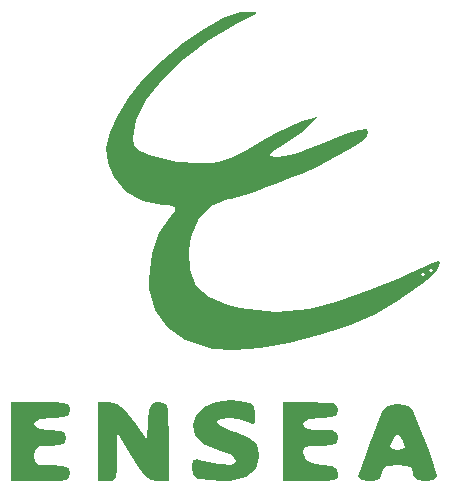
<source format=gbr>
%TF.GenerationSoftware,KiCad,Pcbnew,(7.0.0)*%
%TF.CreationDate,2023-10-26T11:16:44+02:00*%
%TF.ProjectId,Kyttiludzinator,4b797474-696c-4756-947a-696e61746f72,rev?*%
%TF.SameCoordinates,Original*%
%TF.FileFunction,Legend,Bot*%
%TF.FilePolarity,Positive*%
%FSLAX46Y46*%
G04 Gerber Fmt 4.6, Leading zero omitted, Abs format (unit mm)*
G04 Created by KiCad (PCBNEW (7.0.0)) date 2023-10-26 11:16:44*
%MOMM*%
%LPD*%
G01*
G04 APERTURE LIST*
G04 APERTURE END LIST*
%TO.C,G\u002A\u002A\u002A*%
G36*
X145158652Y-80283548D02*
G01*
X145756400Y-80710713D01*
X146456390Y-81583590D01*
X146578708Y-81757921D01*
X147680947Y-83345421D01*
X147782812Y-81757921D01*
X147880278Y-80794233D01*
X148076783Y-80325484D01*
X148472761Y-80178193D01*
X148701891Y-80170421D01*
X149072757Y-80192780D01*
X149310020Y-80341211D01*
X149443517Y-80737744D01*
X149503088Y-81504408D01*
X149518571Y-82763233D01*
X149519105Y-83512526D01*
X149519105Y-86854631D01*
X148589373Y-86854631D01*
X148041106Y-86766868D01*
X147552821Y-86421972D01*
X146997476Y-85697530D01*
X146421542Y-84765815D01*
X145183443Y-82677000D01*
X145178906Y-84765815D01*
X145160267Y-85905678D01*
X145069379Y-86531098D01*
X144844349Y-86795975D01*
X144423283Y-86854207D01*
X144338842Y-86854631D01*
X143503316Y-86854631D01*
X143503316Y-83512526D01*
X143503316Y-80170421D01*
X144489892Y-80170421D01*
X145158652Y-80283548D01*
G37*
G36*
X139938846Y-80186208D02*
G01*
X140690802Y-80258195D01*
X141051651Y-80423320D01*
X141159911Y-80718521D01*
X141163842Y-80838842D01*
X141065439Y-81256552D01*
X140656835Y-81454075D01*
X139767936Y-81507008D01*
X139659895Y-81507263D01*
X138668624Y-81572870D01*
X138217099Y-81795951D01*
X138155947Y-82008579D01*
X138376696Y-82357159D01*
X139108458Y-82500796D01*
X139492790Y-82509894D01*
X140367400Y-82565947D01*
X140753944Y-82792504D01*
X140829632Y-83178315D01*
X140717525Y-83615621D01*
X140264411Y-83808893D01*
X139492790Y-83846736D01*
X138631485Y-83892341D01*
X138248666Y-84107448D01*
X138156425Y-84609500D01*
X138155947Y-84682263D01*
X138218283Y-85197849D01*
X138524685Y-85442128D01*
X139254248Y-85514598D01*
X139659895Y-85517789D01*
X140599743Y-85561524D01*
X141044169Y-85743126D01*
X141163268Y-86138192D01*
X141163842Y-86186210D01*
X141104640Y-86527965D01*
X140834688Y-86728487D01*
X140215469Y-86824714D01*
X139108464Y-86853583D01*
X138657263Y-86854631D01*
X136150684Y-86854631D01*
X136150684Y-83512526D01*
X136150684Y-80170421D01*
X138657263Y-80170421D01*
X139938846Y-80186208D01*
G37*
G36*
X162780149Y-80188454D02*
G01*
X163484493Y-80269778D01*
X163806637Y-80455227D01*
X163889505Y-80785636D01*
X163890158Y-80838842D01*
X163791755Y-81256552D01*
X163383151Y-81454075D01*
X162494252Y-81507008D01*
X162386211Y-81507263D01*
X161394940Y-81572870D01*
X160943415Y-81795951D01*
X160882263Y-82008579D01*
X161079086Y-82339002D01*
X161748327Y-82489510D01*
X162386211Y-82509894D01*
X163326058Y-82553629D01*
X163770485Y-82735231D01*
X163889584Y-83130297D01*
X163890158Y-83178315D01*
X163793372Y-83593540D01*
X163390147Y-83791491D01*
X162511187Y-83846266D01*
X162362966Y-83846736D01*
X161431776Y-83878575D01*
X161005060Y-84031632D01*
X160919780Y-84392222D01*
X160942571Y-84598710D01*
X161127537Y-85093412D01*
X161623675Y-85346460D01*
X162469763Y-85453453D01*
X163390517Y-85579865D01*
X163808195Y-85839355D01*
X163890158Y-86205426D01*
X163822022Y-86547141D01*
X163522852Y-86742938D01*
X162850507Y-86832264D01*
X161662846Y-86854561D01*
X161550684Y-86854631D01*
X159211211Y-86854631D01*
X159211211Y-83512526D01*
X159211211Y-80170421D01*
X161550684Y-80170421D01*
X162780149Y-80188454D01*
G37*
G36*
X155497923Y-80036169D02*
G01*
X156374064Y-80225756D01*
X156769639Y-80525115D01*
X156870522Y-81095436D01*
X156871737Y-81227526D01*
X156817119Y-81883829D01*
X156564270Y-82004064D01*
X156225287Y-81853232D01*
X155488860Y-81603986D01*
X154657344Y-81511718D01*
X153953889Y-81573024D01*
X153601646Y-81784502D01*
X153602586Y-81893231D01*
X153976281Y-82213388D01*
X154769256Y-82571436D01*
X155185805Y-82708680D01*
X156346382Y-83156559D01*
X156971284Y-83720759D01*
X157192989Y-84536527D01*
X157200830Y-84765815D01*
X156918862Y-85791630D01*
X156088527Y-86482833D01*
X154757325Y-86807681D01*
X154114500Y-86828246D01*
X153035197Y-86782644D01*
X152207000Y-86695136D01*
X151942132Y-86633290D01*
X151624248Y-86207334D01*
X151524369Y-85621287D01*
X151616213Y-85028890D01*
X151971785Y-84964558D01*
X152109237Y-85013647D01*
X152827057Y-85218063D01*
X153813490Y-85407752D01*
X153947395Y-85427620D01*
X154796948Y-85486616D01*
X155156973Y-85312096D01*
X155200684Y-85100154D01*
X154880468Y-84673562D01*
X153975760Y-84291468D01*
X153707351Y-84218483D01*
X152467432Y-83694503D01*
X151771039Y-82963392D01*
X151572061Y-82132853D01*
X151824390Y-81310583D01*
X152481915Y-80604283D01*
X153498528Y-80121653D01*
X154828119Y-79970393D01*
X155497923Y-80036169D01*
G37*
G36*
X166456009Y-83834577D02*
G01*
X168265504Y-83834577D01*
X168488744Y-84135852D01*
X168903316Y-84180947D01*
X169444432Y-84075884D01*
X169566619Y-83930289D01*
X169397881Y-83463239D01*
X169232409Y-83178315D01*
X168917808Y-82845037D01*
X168618802Y-83111438D01*
X168574223Y-83178315D01*
X168265504Y-83834577D01*
X166456009Y-83834577D01*
X166472075Y-83790715D01*
X166706604Y-83178315D01*
X167237210Y-81838668D01*
X167624206Y-81004345D01*
X167961253Y-80555778D01*
X168342012Y-80373399D01*
X168860144Y-80337642D01*
X168931887Y-80337526D01*
X169471665Y-80363711D01*
X169861612Y-80522295D01*
X170194740Y-80933317D01*
X170564062Y-81716816D01*
X171062591Y-82992834D01*
X171133069Y-83178315D01*
X171614061Y-84484105D01*
X171988648Y-85575232D01*
X172200921Y-86285402D01*
X172228614Y-86436868D01*
X171946400Y-86743304D01*
X171242790Y-86854631D01*
X170508894Y-86749590D01*
X170250502Y-86358755D01*
X170240158Y-86186210D01*
X170128052Y-85748905D01*
X169674938Y-85555633D01*
X168903316Y-85517789D01*
X168028705Y-85573842D01*
X167642161Y-85800399D01*
X167566474Y-86186210D01*
X167408912Y-86675474D01*
X166822660Y-86847735D01*
X166563842Y-86854631D01*
X165833055Y-86731975D01*
X165582488Y-86436868D01*
X165707140Y-85954743D01*
X166022710Y-85017499D01*
X166456009Y-83834577D01*
G37*
G36*
X170549007Y-68974368D02*
G01*
X171577000Y-68974368D01*
X171744105Y-69141473D01*
X171911211Y-68974368D01*
X171744105Y-68807263D01*
X171577000Y-68974368D01*
X170549007Y-68974368D01*
X170857378Y-68833136D01*
X170936975Y-68792776D01*
X171857633Y-68337707D01*
X172323765Y-68180304D01*
X172471758Y-68305815D01*
X172448505Y-68629290D01*
X172275550Y-68987873D01*
X171798782Y-69475347D01*
X170942666Y-70154166D01*
X169631669Y-71086785D01*
X168736211Y-71698810D01*
X166897570Y-72743978D01*
X164674355Y-73693549D01*
X162222989Y-74508664D01*
X159699892Y-75150463D01*
X157261486Y-75580088D01*
X155064193Y-75758679D01*
X153264433Y-75647378D01*
X153028316Y-75601064D01*
X150915689Y-74896864D01*
X149362112Y-73830798D01*
X148357341Y-72391268D01*
X147891129Y-70566676D01*
X147853085Y-69742939D01*
X148069684Y-67635239D01*
X148675183Y-65847974D01*
X149458420Y-64694227D01*
X150042092Y-63989538D01*
X150076994Y-63614476D01*
X149529732Y-63473024D01*
X149029128Y-63459894D01*
X147343169Y-63159135D01*
X145888887Y-62322839D01*
X144876705Y-61113997D01*
X144344154Y-59878829D01*
X144228964Y-58676425D01*
X144542101Y-57324407D01*
X145193811Y-55839726D01*
X146142011Y-54328947D01*
X147462003Y-52753856D01*
X149037138Y-51207248D01*
X150750764Y-49781917D01*
X152486230Y-48570657D01*
X154126886Y-47666265D01*
X155556080Y-47161534D01*
X156195712Y-47087812D01*
X156804522Y-47101668D01*
X156998358Y-47183230D01*
X156724169Y-47401108D01*
X155928908Y-47823911D01*
X155430843Y-48077027D01*
X152964551Y-49507719D01*
X150798397Y-51119314D01*
X149001226Y-52836798D01*
X147641887Y-54585156D01*
X146789225Y-56289373D01*
X146511211Y-57795774D01*
X146593040Y-58384779D01*
X146943908Y-58796679D01*
X147721889Y-59180602D01*
X148156506Y-59347983D01*
X150213835Y-59827305D01*
X152083480Y-59917690D01*
X153186724Y-59869957D01*
X154071066Y-59731344D01*
X154936057Y-59434653D01*
X155981249Y-58912683D01*
X157296973Y-58162052D01*
X158641602Y-57407192D01*
X159866601Y-56773068D01*
X160797938Y-56347217D01*
X161140394Y-56228816D01*
X162052000Y-56007176D01*
X161383986Y-56760279D01*
X160695034Y-57378579D01*
X159711012Y-58086389D01*
X159211617Y-58397822D01*
X158365692Y-58912170D01*
X158043826Y-59190161D01*
X158187352Y-59322878D01*
X158576892Y-59383243D01*
X159391259Y-59318926D01*
X160488814Y-59042046D01*
X161083471Y-58830122D01*
X162417642Y-58297412D01*
X163888042Y-57710886D01*
X164459735Y-57483025D01*
X165621324Y-57099029D01*
X166293703Y-57055978D01*
X166441225Y-57350669D01*
X166291132Y-57647581D01*
X165786905Y-58100084D01*
X164834905Y-58728914D01*
X163599912Y-59442875D01*
X162246705Y-60150774D01*
X160940063Y-60761415D01*
X159986710Y-61136693D01*
X158741674Y-61584175D01*
X157594136Y-62032878D01*
X157017681Y-62282597D01*
X155996929Y-62653900D01*
X154794138Y-62952089D01*
X154576920Y-62990203D01*
X153142487Y-63526393D01*
X152088186Y-64595282D01*
X151440392Y-66162427D01*
X151258154Y-67323430D01*
X151321061Y-69009537D01*
X151855915Y-70302458D01*
X152909192Y-71254470D01*
X154527369Y-71917853D01*
X155554470Y-72156051D01*
X158621212Y-72502553D01*
X161438448Y-72297948D01*
X163723053Y-71691354D01*
X166721507Y-70591326D01*
X169092388Y-69641491D01*
X169819279Y-69308579D01*
X170908579Y-69308579D01*
X171075684Y-69475684D01*
X171242790Y-69308579D01*
X171075684Y-69141473D01*
X170908579Y-69308579D01*
X169819279Y-69308579D01*
X170549007Y-68974368D01*
G37*
%TD*%
M02*

</source>
